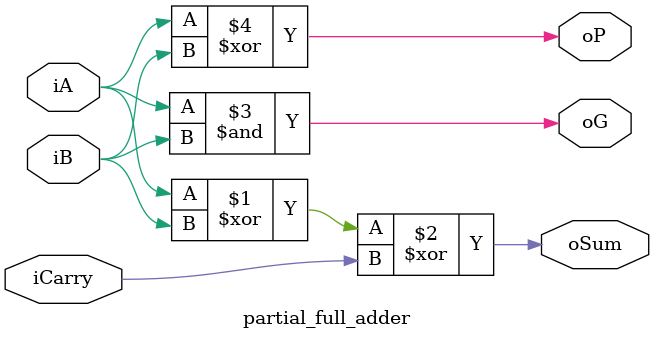
<source format=v>
`timescale 1ns / 1ps


module full_adder (
    input   wire    iA, iB, iCarry,
    output  wire    oSum, oCarry
);

assign oSum = (iA ^ iB) ^ iCarry;
assign oCarry = iA & iB | (iA ^ iB) & iCarry;

endmodule


module partial_full_adder (
    input   wire    iA, iB, iCarry,
    output  wire    oSum, oG, oP
);

assign oSum = (iA ^ iB) ^ iCarry;
assign oG = iA & iB;
assign oP = iA ^ iB;

endmodule

</source>
